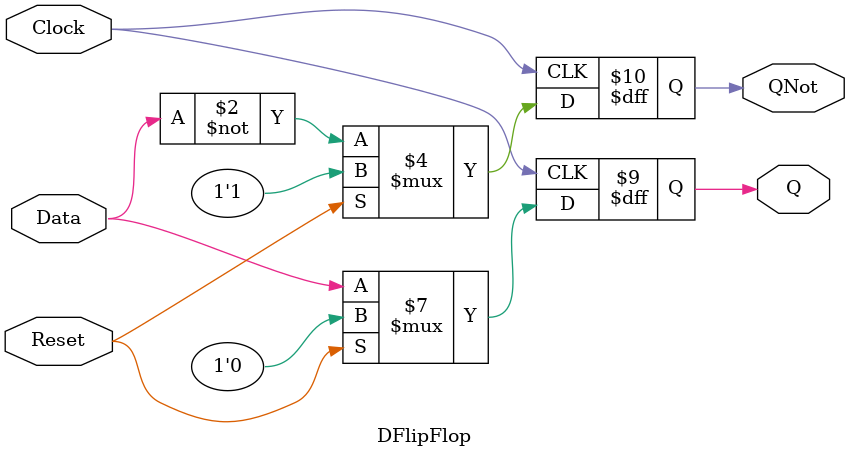
<source format=v>
module DFlipFlop(Data, Clock, Reset, Q, QNot);
    input wire Data, Clock, Reset;
    output reg Q, QNot;
    always @(posedge Clock) begin
        if (Reset)
            begin
                Q = 0;
                QNot = 1;
            end
        else
            begin
                Q = Data;
                QNot = ~Data;
            end
    end
endmodule

</source>
